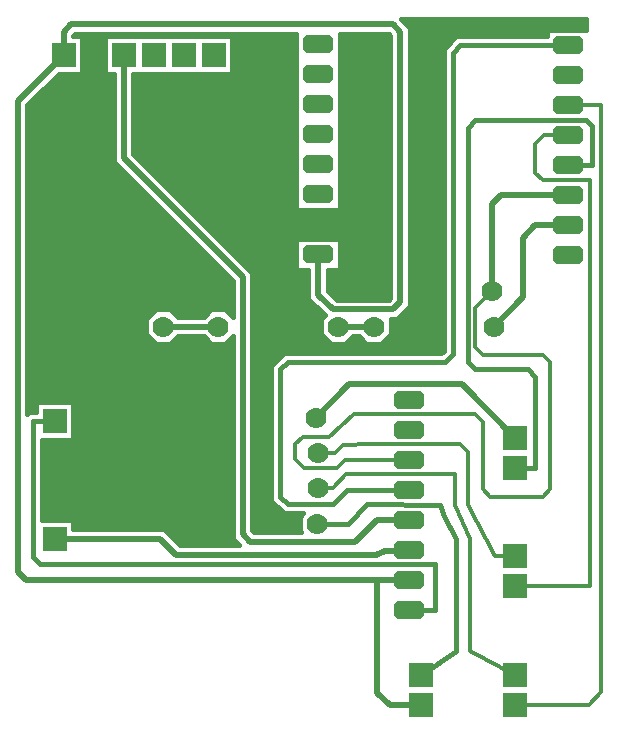
<source format=gbr>
G04 PROTEUS GERBER X2 FILE*
%TF.GenerationSoftware,Labcenter,Proteus,8.5-SP0-Build22067*%
%TF.CreationDate,2018-12-03T21:41:26+00:00*%
%TF.FileFunction,Copper,L16,Bot*%
%TF.FilePolarity,Positive*%
%TF.Part,Single*%
%FSLAX45Y45*%
%MOMM*%
G01*
%TA.AperFunction,Conductor*%
%ADD10C,0.508000*%
%ADD11C,0.381000*%
%ADD12C,0.304800*%
%ADD13C,0.254000*%
%AMDIL004*
4,1,8,
-1.270000,0.457200,-0.965200,0.762000,0.965200,0.762000,1.270000,0.457200,1.270000,-0.457200,
0.965200,-0.762000,-0.965200,-0.762000,-1.270000,-0.457200,-1.270000,0.457200,
0*%
%TA.AperFunction,ComponentPad*%
%ADD14DIL004*%
%ADD15R,2.032000X2.032000*%
%ADD16C,1.778000*%
G36*
X+2400000Y+2813349D02*
X+2065851Y+2813349D01*
X+2065851Y+2756199D01*
X+1301937Y+2756199D01*
X+1193801Y+2648063D01*
X+1193801Y+95063D01*
X+1174937Y+76199D01*
X-158563Y+76199D01*
X-266699Y-31937D01*
X-266699Y-1174563D01*
X-158563Y-1282699D01*
X+757Y-1282699D01*
X-26049Y-1309505D01*
X-26049Y-1430495D01*
X-15093Y-1441451D01*
X-410307Y-1441451D01*
X-425451Y-1426307D01*
X-425451Y+756670D01*
X-1433451Y+1764670D01*
X-1433451Y+2441251D01*
X-595251Y+2441251D01*
X-595251Y+2758749D01*
X-1674749Y+2758749D01*
X-1674749Y+2441251D01*
X-1598549Y+2441251D01*
X-1598549Y+1696288D01*
X-590549Y+688288D01*
X-590549Y+381093D01*
X-655505Y+446049D01*
X-776495Y+446049D01*
X-839995Y+382549D01*
X-1060005Y+382549D01*
X-1123505Y+446049D01*
X-1244495Y+446049D01*
X-1330049Y+360495D01*
X-1330049Y+239505D01*
X-1244495Y+153951D01*
X-1123505Y+153951D01*
X-1060005Y+217451D01*
X-839995Y+217451D01*
X-776495Y+153951D01*
X-655505Y+153951D01*
X-590549Y+218907D01*
X-590549Y-1494693D01*
X-537791Y-1547451D01*
X-1037585Y-1547451D01*
X-1177585Y-1417451D01*
X-1941251Y-1417451D01*
X-1941251Y-1341251D01*
X-2209801Y-1341251D01*
X-2209801Y-658749D01*
X-1941251Y-658749D01*
X-1941251Y-341251D01*
X-2258749Y-341251D01*
X-2258749Y-423801D01*
X-2317563Y-423801D01*
X-2330451Y-436689D01*
X-2330451Y+2176809D01*
X-2066009Y+2441251D01*
X-1865251Y+2441251D01*
X-1865251Y+2758749D01*
X-1941451Y+2758749D01*
X-1941451Y+2759807D01*
X-1926307Y+2774951D01*
X-54149Y+2774951D01*
X-54149Y+1286651D01*
X+314149Y+1286651D01*
X+314149Y+2774951D01*
X+727807Y+2774951D01*
X+742951Y+2759807D01*
X+742951Y+542193D01*
X+727807Y+527049D01*
X+288193Y+527049D01*
X+212549Y+602693D01*
X+212549Y+778651D01*
X+314149Y+778651D01*
X+314149Y+1045349D01*
X-54149Y+1045349D01*
X-54149Y+778651D01*
X+47451Y+778651D01*
X+47451Y+534307D01*
X+187607Y+394151D01*
X+153951Y+360495D01*
X+153951Y+239505D01*
X+239505Y+153951D01*
X+360495Y+153951D01*
X+423995Y+217451D01*
X+476005Y+217451D01*
X+539505Y+153951D01*
X+660495Y+153951D01*
X+746049Y+239505D01*
X+746049Y+360495D01*
X+744593Y+361951D01*
X+796193Y+361951D01*
X+908049Y+473807D01*
X+908049Y+2828193D01*
X+836242Y+2900000D01*
X+2400000Y+2900000D01*
X+2400000Y+2813349D01*
G37*
%LPC*%
G36*
X+158601Y+1096950D02*
X+101399Y+1096950D01*
X+60950Y+1137399D01*
X+60950Y+1194601D01*
X+101399Y+1235050D01*
X+158601Y+1235050D01*
X+199050Y+1194601D01*
X+199050Y+1137399D01*
X+158601Y+1096950D01*
G37*
G36*
X-430150Y+2628933D02*
X-430150Y+2571067D01*
X-471067Y+2530150D01*
X-528933Y+2530150D01*
X-569850Y+2571067D01*
X-569850Y+2628933D01*
X-528933Y+2669850D01*
X-471067Y+2669850D01*
X-430150Y+2628933D01*
G37*
G36*
X-1700150Y+2628933D02*
X-1700150Y+2571067D01*
X-1741067Y+2530150D01*
X-1798933Y+2530150D01*
X-1839850Y+2571067D01*
X-1839850Y+2628933D01*
X-1798933Y+2669850D01*
X-1741067Y+2669850D01*
X-1700150Y+2628933D01*
G37*
G36*
X-2071067Y-1315850D02*
X-2128933Y-1315850D01*
X-2169850Y-1274933D01*
X-2169850Y-1217067D01*
X-2128933Y-1176150D01*
X-2071067Y-1176150D01*
X-2030150Y-1217067D01*
X-2030150Y-1274933D01*
X-2071067Y-1315850D01*
G37*
G36*
X-2128933Y-684150D02*
X-2071067Y-684150D01*
X-2030150Y-725067D01*
X-2030150Y-782933D01*
X-2071067Y-823850D01*
X-2128933Y-823850D01*
X-2169850Y-782933D01*
X-2169850Y-725067D01*
X-2128933Y-684150D01*
G37*
G36*
X-957150Y-493672D02*
X-957150Y-446328D01*
X-923672Y-412850D01*
X-876328Y-412850D01*
X-842850Y-446328D01*
X-842850Y-493672D01*
X-876328Y-527150D01*
X-923672Y-527150D01*
X-957150Y-493672D01*
G37*
G36*
X-947150Y-793672D02*
X-947150Y-746328D01*
X-913672Y-712850D01*
X-866328Y-712850D01*
X-832850Y-746328D01*
X-832850Y-793672D01*
X-866328Y-827150D01*
X-913672Y-827150D01*
X-947150Y-793672D01*
G37*
G36*
X-947150Y-1093672D02*
X-947150Y-1046328D01*
X-913672Y-1012850D01*
X-866328Y-1012850D01*
X-832850Y-1046328D01*
X-832850Y-1093672D01*
X-866328Y-1127150D01*
X-913672Y-1127150D01*
X-947150Y-1093672D01*
G37*
G36*
X-838850Y-1346328D02*
X-838850Y-1393672D01*
X-872328Y-1427150D01*
X-919672Y-1427150D01*
X-953150Y-1393672D01*
X-953150Y-1346328D01*
X-919672Y-1312850D01*
X-872328Y-1312850D01*
X-838850Y-1346328D01*
G37*
G36*
X-2142850Y+323672D02*
X-2142850Y+276328D01*
X-2176328Y+242850D01*
X-2223672Y+242850D01*
X-2257150Y+276328D01*
X-2257150Y+323672D01*
X-2223672Y+357150D01*
X-2176328Y+357150D01*
X-2142850Y+323672D01*
G37*
G36*
X+641150Y+623672D02*
X+641150Y+576328D01*
X+607672Y+542850D01*
X+560328Y+542850D01*
X+526850Y+576328D01*
X+526850Y+623672D01*
X+560328Y+657150D01*
X+607672Y+657150D01*
X+641150Y+623672D01*
G37*
%LPD*%
D10*
X-1184000Y+300000D02*
X-716000Y+300000D01*
X+116000Y-470000D02*
X+395500Y-190500D01*
X+1344500Y-190500D01*
X+1800000Y-646000D01*
D11*
X+2250000Y+2680000D02*
X+1333500Y+2680000D01*
X+1270000Y+2616500D01*
X+1270000Y+63500D01*
X+1206500Y+0D01*
X-127000Y+0D01*
X-190500Y-63500D01*
X-190500Y-1143000D01*
X-127000Y-1206500D01*
X+254000Y-1206500D01*
X+376500Y-1084000D01*
X+900000Y-1084000D01*
D10*
X+2250000Y+1156000D02*
X+1968500Y+1156000D01*
X+1862451Y+1049951D01*
X+1862451Y+546451D01*
X+1616000Y+300000D01*
D12*
X+2250000Y+2172000D02*
X+2526819Y+2172000D01*
X+2526819Y-2794000D01*
X+2420819Y-2900000D01*
X+1800000Y-2900000D01*
D10*
X+130000Y+1166000D02*
X-381000Y+1166000D01*
X-500000Y+1285000D01*
X-500000Y+2600000D01*
X-900000Y-470000D02*
X-1816000Y-470000D01*
X-1841500Y-444500D01*
X-2100000Y-754000D02*
X-1905000Y-754000D01*
X-1905000Y-508000D01*
X-1841500Y-444500D01*
X+130000Y+1166000D02*
X+508000Y+1166000D01*
X+584000Y+1090000D01*
X+584000Y+600000D01*
X-1905000Y+127000D02*
X-1905000Y+190500D01*
X-2014500Y+300000D01*
X-2200000Y+300000D01*
X-1770000Y+2600000D02*
X-1770000Y+262000D01*
X-1905000Y+127000D01*
X-900000Y-470000D02*
X-890000Y-480000D01*
X-890000Y-770000D01*
X-890000Y-1070000D02*
X-896000Y-1076000D01*
X-896000Y-1370000D01*
X-1905000Y+127000D02*
X-1905000Y-381000D01*
X-1841500Y-444500D01*
X-2100000Y-754000D02*
X-2100000Y-1246000D01*
X-890000Y-770000D02*
X-890000Y-1070000D01*
X+1600000Y+600000D02*
X+1600000Y+1333500D01*
X+1676500Y+1410000D01*
X+2250000Y+1410000D01*
X+600000Y+300000D02*
X+300000Y+300000D01*
X-1516000Y+2600000D02*
X-1516000Y+1730479D01*
X-508000Y+722479D01*
X-508000Y-1460500D01*
X-444500Y-1524000D01*
X+444500Y-1524000D01*
X+630500Y-1338000D01*
X+900000Y-1338000D01*
X-2024000Y+2600000D02*
X-2024000Y+2794000D01*
X-1960500Y+2857500D01*
X+762000Y+2857500D01*
X+825500Y+2794000D01*
X+825500Y+508000D01*
X+762000Y+444500D01*
X+254000Y+444500D01*
X+130000Y+568500D01*
X+130000Y+912000D01*
D12*
X+1800000Y-1900000D02*
X+2430000Y-1900000D01*
X+2430000Y+1537000D01*
X+2032000Y+1537000D01*
X+1968500Y+1600500D01*
X+1968500Y+1841500D01*
X+2045000Y+1918000D01*
X+2250000Y+1918000D01*
X+1600000Y+600000D02*
X+1460500Y+460500D01*
X+1460500Y+127000D01*
X+1524713Y+62787D01*
X+2032000Y+62787D01*
X+2095500Y-713D01*
X+2095500Y-1079500D01*
X+2032000Y-1143000D01*
X+1587500Y-1143000D01*
X+1524000Y-1079500D01*
X+1524000Y-508000D01*
X+1460500Y-444500D01*
X+635000Y-444500D01*
X+435036Y-444400D01*
X+220000Y-635000D01*
X+0Y-635000D01*
X-63500Y-698500D01*
X-63500Y-825500D01*
X+10500Y-899500D01*
X+290000Y-900000D01*
X+360000Y-830000D01*
X+900000Y-830000D01*
D10*
X-2100000Y-1500000D02*
X-1210000Y-1500000D01*
X-1070000Y-1630000D01*
X+620000Y-1630000D01*
X+700000Y-1600000D01*
X+893396Y-1598604D01*
X+900000Y-1592000D01*
X-2024000Y+2600000D02*
X-2413000Y+2211000D01*
X-2413000Y-1778000D01*
X-2345000Y-1846000D01*
X+630000Y-1846000D01*
X+900000Y-1846000D02*
X+630000Y-1846000D01*
X+630000Y-2800000D01*
X+741000Y-2900000D01*
X+1000000Y-2900000D01*
X-500000Y+2600000D02*
X-500000Y+2770000D01*
X-1770000Y+2770000D01*
X-1770000Y+2600000D01*
D11*
X+2250000Y+1664000D02*
X+2450000Y+1664000D01*
X+2450000Y+1995000D01*
X+2400000Y+2045000D01*
X+1460500Y+2045000D01*
X+1397000Y+1981500D01*
X+1397000Y+0D01*
X+1460500Y-63500D01*
X+1905000Y-63500D01*
X+1968500Y-127000D01*
X+1968500Y-900000D01*
X+1800000Y-900000D01*
X+900000Y-2100000D02*
X+1120000Y-2100000D01*
X+1120000Y-1714500D01*
X-2222500Y-1714500D01*
X-2286000Y-1651000D01*
X-2286000Y-500000D01*
X-2100000Y-500000D01*
X+120000Y-1370000D02*
X+381000Y-1370000D01*
X+544500Y-1206500D01*
X+1160001Y-1209786D01*
X+1200000Y-1300000D01*
X+1300000Y-1500000D01*
X+1300000Y-2450000D01*
X+1000000Y-2646000D01*
D12*
X+126000Y-1070000D02*
X+260000Y-1070000D01*
X+370000Y-950000D01*
X+1290000Y-950000D01*
X+1290000Y-1210000D01*
X+1420000Y-1500000D01*
X+1420000Y-2450000D01*
X+1800000Y-2646000D01*
X+126000Y-770000D02*
X+270000Y-770000D01*
X+339999Y-699884D01*
X+579500Y-698500D01*
X+1333500Y-698500D01*
X+1397000Y-762000D01*
X+1397000Y-1210000D01*
X+1630000Y-1640000D01*
X+1800000Y-1646000D01*
D11*
X+2400000Y+2813349D02*
X+2065851Y+2813349D01*
X+2065851Y+2756199D01*
X+1301937Y+2756199D01*
X+1193801Y+2648063D01*
X+1193801Y+95063D01*
X+1174937Y+76199D01*
X-158563Y+76199D01*
X-266699Y-31937D01*
X-266699Y-1174563D01*
X-158563Y-1282699D01*
X+757Y-1282699D01*
X-26049Y-1309505D01*
X-26049Y-1430495D01*
X-15093Y-1441451D01*
X-410307Y-1441451D01*
X-425451Y-1426307D01*
X-425451Y+756670D01*
X-1433451Y+1764670D01*
X-1433451Y+2441251D01*
X-595251Y+2441251D01*
X-595251Y+2758749D01*
X-1674749Y+2758749D01*
X-1674749Y+2441251D01*
X-1598549Y+2441251D01*
X-1598549Y+1696288D01*
X-590549Y+688288D01*
X-590549Y+381093D01*
X-655505Y+446049D01*
X-776495Y+446049D01*
X-839995Y+382549D01*
X-1060005Y+382549D01*
X-1123505Y+446049D01*
X-1244495Y+446049D01*
X-1330049Y+360495D01*
X-1330049Y+239505D01*
X-1244495Y+153951D01*
X-1123505Y+153951D01*
X-1060005Y+217451D01*
X-839995Y+217451D01*
X-776495Y+153951D01*
X-655505Y+153951D01*
X-590549Y+218907D01*
X-590549Y-1494693D01*
X-537791Y-1547451D01*
X-1037585Y-1547451D01*
X-1177585Y-1417451D01*
X-1941251Y-1417451D01*
X-1941251Y-1341251D01*
X-2209801Y-1341251D01*
X-2209801Y-658749D01*
X-1941251Y-658749D01*
X-1941251Y-341251D01*
X-2258749Y-341251D01*
X-2258749Y-423801D01*
X-2317563Y-423801D01*
X-2330451Y-436689D01*
X-2330451Y+2176809D01*
X-2066009Y+2441251D01*
X-1865251Y+2441251D01*
X-1865251Y+2758749D01*
X-1941451Y+2758749D01*
X-1941451Y+2759807D01*
X-1926307Y+2774951D01*
X-54149Y+2774951D01*
X-54149Y+1286651D01*
X+314149Y+1286651D01*
X+314149Y+2774951D01*
X+727807Y+2774951D01*
X+742951Y+2759807D01*
X+742951Y+542193D01*
X+727807Y+527049D01*
X+288193Y+527049D01*
X+212549Y+602693D01*
X+212549Y+778651D01*
X+314149Y+778651D01*
X+314149Y+1045349D01*
X-54149Y+1045349D01*
X-54149Y+778651D01*
X+47451Y+778651D01*
X+47451Y+534307D01*
X+187607Y+394151D01*
X+153951Y+360495D01*
X+153951Y+239505D01*
X+239505Y+153951D01*
X+360495Y+153951D01*
X+423995Y+217451D01*
X+476005Y+217451D01*
X+539505Y+153951D01*
X+660495Y+153951D01*
X+746049Y+239505D01*
X+746049Y+360495D01*
X+744593Y+361951D01*
X+796193Y+361951D01*
X+908049Y+473807D01*
X+908049Y+2828193D01*
X+836242Y+2900000D01*
X+2400000Y+2900000D01*
X+2400000Y+2813349D01*
X+158601Y+1096950D02*
X+101399Y+1096950D01*
X+60950Y+1137399D01*
X+60950Y+1194601D01*
X+101399Y+1235050D01*
X+158601Y+1235050D01*
X+199050Y+1194601D01*
X+199050Y+1137399D01*
X+158601Y+1096950D01*
X-430150Y+2628933D02*
X-430150Y+2571067D01*
X-471067Y+2530150D01*
X-528933Y+2530150D01*
X-569850Y+2571067D01*
X-569850Y+2628933D01*
X-528933Y+2669850D01*
X-471067Y+2669850D01*
X-430150Y+2628933D01*
X-1700150Y+2628933D02*
X-1700150Y+2571067D01*
X-1741067Y+2530150D01*
X-1798933Y+2530150D01*
X-1839850Y+2571067D01*
X-1839850Y+2628933D01*
X-1798933Y+2669850D01*
X-1741067Y+2669850D01*
X-1700150Y+2628933D01*
X-2071067Y-1315850D02*
X-2128933Y-1315850D01*
X-2169850Y-1274933D01*
X-2169850Y-1217067D01*
X-2128933Y-1176150D01*
X-2071067Y-1176150D01*
X-2030150Y-1217067D01*
X-2030150Y-1274933D01*
X-2071067Y-1315850D01*
X-2128933Y-684150D02*
X-2071067Y-684150D01*
X-2030150Y-725067D01*
X-2030150Y-782933D01*
X-2071067Y-823850D01*
X-2128933Y-823850D01*
X-2169850Y-782933D01*
X-2169850Y-725067D01*
X-2128933Y-684150D01*
X-957150Y-493672D02*
X-957150Y-446328D01*
X-923672Y-412850D01*
X-876328Y-412850D01*
X-842850Y-446328D01*
X-842850Y-493672D01*
X-876328Y-527150D01*
X-923672Y-527150D01*
X-957150Y-493672D01*
X-947150Y-793672D02*
X-947150Y-746328D01*
X-913672Y-712850D01*
X-866328Y-712850D01*
X-832850Y-746328D01*
X-832850Y-793672D01*
X-866328Y-827150D01*
X-913672Y-827150D01*
X-947150Y-793672D01*
X-947150Y-1093672D02*
X-947150Y-1046328D01*
X-913672Y-1012850D01*
X-866328Y-1012850D01*
X-832850Y-1046328D01*
X-832850Y-1093672D01*
X-866328Y-1127150D01*
X-913672Y-1127150D01*
X-947150Y-1093672D01*
X-838850Y-1346328D02*
X-838850Y-1393672D01*
X-872328Y-1427150D01*
X-919672Y-1427150D01*
X-953150Y-1393672D01*
X-953150Y-1346328D01*
X-919672Y-1312850D01*
X-872328Y-1312850D01*
X-838850Y-1346328D01*
X-2142850Y+323672D02*
X-2142850Y+276328D01*
X-2176328Y+242850D01*
X-2223672Y+242850D01*
X-2257150Y+276328D01*
X-2257150Y+323672D01*
X-2223672Y+357150D01*
X-2176328Y+357150D01*
X-2142850Y+323672D01*
X+641150Y+623672D02*
X+641150Y+576328D01*
X+607672Y+542850D01*
X+560328Y+542850D01*
X+526850Y+576328D01*
X+526850Y+623672D01*
X+560328Y+657150D01*
X+607672Y+657150D01*
X+641150Y+623672D01*
D13*
X+130000Y+1096950D02*
X+130000Y+1166000D01*
X+130000Y+1235050D02*
X+130000Y+1166000D01*
X+199050Y+1166000D02*
X+130000Y+1166000D01*
X+60950Y+1166000D02*
X+130000Y+1166000D01*
X-430150Y+2600000D02*
X-500000Y+2600000D01*
X-569850Y+2600000D02*
X-500000Y+2600000D01*
X-500000Y+2669850D02*
X-500000Y+2600000D01*
X-500000Y+2530150D02*
X-500000Y+2600000D01*
X-1700150Y+2600000D02*
X-1770000Y+2600000D01*
X-1839850Y+2600000D02*
X-1770000Y+2600000D01*
X-1770000Y+2669850D02*
X-1770000Y+2600000D01*
X-1770000Y+2530150D02*
X-1770000Y+2600000D01*
X-2100000Y-1315850D02*
X-2100000Y-1246000D01*
X-2100000Y-1176150D02*
X-2100000Y-1246000D01*
X-2030150Y-1246000D02*
X-2100000Y-1246000D01*
X-2169850Y-1246000D02*
X-2100000Y-1246000D01*
X-2100000Y-684150D02*
X-2100000Y-754000D01*
X-2100000Y-823850D02*
X-2100000Y-754000D01*
X-2169850Y-754000D02*
X-2100000Y-754000D01*
X-2030150Y-754000D02*
X-2100000Y-754000D01*
X-957150Y-470000D02*
X-900000Y-470000D01*
X-842850Y-470000D02*
X-900000Y-470000D01*
X-900000Y-527150D02*
X-900000Y-470000D01*
X-900000Y-412850D02*
X-900000Y-470000D01*
X-947150Y-770000D02*
X-890000Y-770000D01*
X-832850Y-770000D02*
X-890000Y-770000D01*
X-890000Y-827150D02*
X-890000Y-770000D01*
X-890000Y-712850D02*
X-890000Y-770000D01*
X-947150Y-1070000D02*
X-890000Y-1070000D01*
X-832850Y-1070000D02*
X-890000Y-1070000D01*
X-890000Y-1127150D02*
X-890000Y-1070000D01*
X-890000Y-1012850D02*
X-890000Y-1070000D01*
X-838850Y-1370000D02*
X-896000Y-1370000D01*
X-953150Y-1370000D02*
X-896000Y-1370000D01*
X-896000Y-1312850D02*
X-896000Y-1370000D01*
X-896000Y-1427150D02*
X-896000Y-1370000D01*
X-2142850Y+300000D02*
X-2200000Y+300000D01*
X-2257150Y+300000D02*
X-2200000Y+300000D01*
X-2200000Y+357150D02*
X-2200000Y+300000D01*
X-2200000Y+242850D02*
X-2200000Y+300000D01*
X+641150Y+600000D02*
X+584000Y+600000D01*
X+526850Y+600000D02*
X+584000Y+600000D01*
X+584000Y+657150D02*
X+584000Y+600000D01*
X+584000Y+542850D02*
X+584000Y+600000D01*
D14*
X+2250000Y+2680000D03*
X+2250000Y+2426000D03*
X+2250000Y+2172000D03*
X+2250000Y+1918000D03*
X+2250000Y+1664000D03*
X+2250000Y+1410000D03*
X+2250000Y+1156000D03*
X+2250000Y+902000D03*
X+130000Y+912000D03*
X+130000Y+1166000D03*
X+130000Y+1420000D03*
X+130000Y+1674000D03*
X+130000Y+1928000D03*
X+130000Y+2182000D03*
X+130000Y+2436000D03*
X+130000Y+2690000D03*
D15*
X-500000Y+2600000D03*
X-754000Y+2600000D03*
X-1008000Y+2600000D03*
X-1262000Y+2600000D03*
X-1516000Y+2600000D03*
X-1770000Y+2600000D03*
X-2024000Y+2600000D03*
X+1800000Y-900000D03*
X+1800000Y-646000D03*
X+1800000Y-1900000D03*
X+1800000Y-1646000D03*
X+1800000Y-2900000D03*
X+1800000Y-2646000D03*
X+1000000Y-2900000D03*
X+1000000Y-2646000D03*
X-2100000Y-1500000D03*
X-2100000Y-1246000D03*
X-2100000Y-500000D03*
X-2100000Y-754000D03*
D16*
X-900000Y-470000D03*
X+116000Y-470000D03*
X-890000Y-770000D03*
X+126000Y-770000D03*
X-890000Y-1070000D03*
X+126000Y-1070000D03*
X+120000Y-1370000D03*
X-896000Y-1370000D03*
X-1184000Y+300000D03*
X-2200000Y+300000D03*
X+600000Y+300000D03*
X+1616000Y+300000D03*
X+300000Y+300000D03*
X-716000Y+300000D03*
X+1600000Y+600000D03*
X+584000Y+600000D03*
D14*
X+900000Y-2100000D03*
X+900000Y-1846000D03*
X+900000Y-1592000D03*
X+900000Y-1338000D03*
X+900000Y-1084000D03*
X+900000Y-830000D03*
X+900000Y-576000D03*
X+900000Y-322000D03*
M02*

</source>
